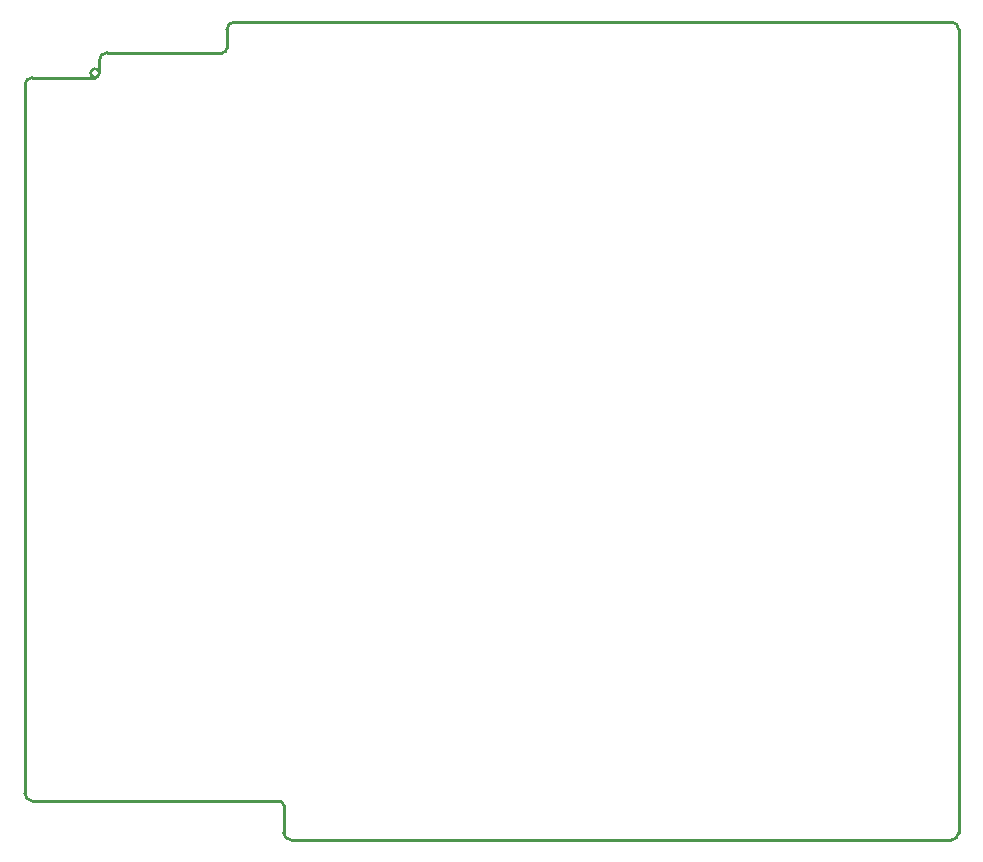
<source format=gko>
G04*
G04 #@! TF.GenerationSoftware,Altium Limited,Altium Designer,24.2.2 (26)*
G04*
G04 Layer_Color=16711935*
%FSLAX26Y26*%
%MOIN*%
G70*
G04*
G04 #@! TF.SameCoordinates,1490CFCF-B2EF-406E-B7EC-920D21FDAB99*
G04*
G04*
G04 #@! TF.FilePolarity,Positive*
G04*
G01*
G75*
%ADD13C,0.010000*%
%ADD143C,0.010000*%
D13*
X2854366Y2505001D02*
G03*
X2854331Y2505001I-35J-24686D01*
G01*
X2879017Y2480350D02*
G03*
X2854366Y2505001I-24686J-35D01*
G01*
X2879017Y2480315D02*
G03*
X2879017Y2480350I-24686J0D01*
G01*
X464567Y2505001D02*
G03*
X464531Y2505001I0J-5001D01*
G01*
X2854331Y-221536D02*
G03*
X2879017Y-196886I0J24686D01*
G01*
X614142Y-91615D02*
G03*
X614173Y-91615I32J5001D01*
G01*
X628857Y-106299D02*
G03*
X614173Y-91615I-14684J0D01*
G01*
X628857Y-106299D02*
G03*
X628857Y-106331I5001J-0D01*
G01*
Y-196850D02*
G03*
X653543Y-221536I24686J0D01*
G01*
X464531Y2505001D02*
G03*
X439881Y2480315I35J-24686D01*
G01*
X464567Y2505001D02*
G03*
X464531Y2505001I0J-24686D01*
G01*
X439881Y2417354D02*
G03*
X439880Y2417323I5001J-32D01*
G01*
Y2417322D02*
Y2417323D01*
X425197Y2402639D02*
G03*
X439880Y2417322I-0J14683D01*
G01*
X39370Y2402639D02*
G03*
X39334Y2402639I0J-5001D01*
G01*
D02*
G03*
X14684Y2377953I35J-24686D01*
G01*
X39370Y2402639D02*
G03*
X39334Y2402639I0J-24686D01*
G01*
X14684Y2334677D02*
G03*
X14684Y2334645I5001J-32D01*
G01*
X0Y2319962D02*
G03*
X14684Y2334645I0J14683D01*
G01*
X-0Y2319962D02*
G03*
X0Y2319962I1J14683D01*
G01*
X-208661Y2319961D02*
G03*
X-208697Y2319961I0J-5001D01*
G01*
D02*
G03*
X-233347Y2295276I35J-24686D01*
G01*
X-208661Y2319961D02*
G03*
X-208697Y2319961I-0J-24686D01*
G01*
X-233347Y-66929D02*
G03*
X-208662Y-91615I24686J0D01*
G01*
X464567Y2505001D02*
X2854331Y2505001D01*
X2879017Y-196850D02*
Y2480315D01*
X653543Y-221536D02*
X2854331Y-221536D01*
X653543Y-221536D02*
X653543D01*
X653543D02*
X653543D01*
X614142Y-91615D02*
X614173D01*
X578740Y-91615D02*
X614142Y-91615D01*
X628857Y-106331D02*
Y-106299D01*
Y-196850D02*
Y-106331D01*
X439881Y2417354D02*
X439881Y2480315D01*
X439881Y2417323D02*
Y2417354D01*
X314961Y2402639D02*
X409449Y2402639D01*
X425197Y2402639D02*
X425197D01*
X409449Y2402639D02*
X425197Y2402639D01*
X39370Y2402639D02*
X314961Y2402639D01*
X14684Y2377953D02*
Y2377953D01*
X14684Y2334677D02*
X14684Y2377953D01*
X14684Y2334645D02*
Y2334677D01*
X-0Y2319962D02*
X0D01*
X-19685D02*
X-0D01*
X-208661Y2319961D02*
X-78740Y2319962D01*
X-19685Y2319962D01*
X-208661Y-91615D02*
X578740Y-91615D01*
X-208662Y-91615D02*
X-208661D01*
X-208662D02*
X-208662D01*
X-233347Y2295276D02*
Y2295276D01*
Y-66929D02*
Y2295276D01*
Y-66929D02*
Y-66929D01*
Y-66929D02*
Y-66929D01*
D143*
X464567Y2505001D02*
D03*
X653543Y-221536D02*
D03*
X653543D02*
D03*
X653543D02*
D03*
X653543D02*
D03*
X628857Y-106299D02*
D03*
X425197Y2402639D02*
D03*
D03*
D03*
X39370D02*
D03*
X14684Y2334645D02*
D03*
X-0Y2319962D02*
D03*
D03*
M02*

</source>
